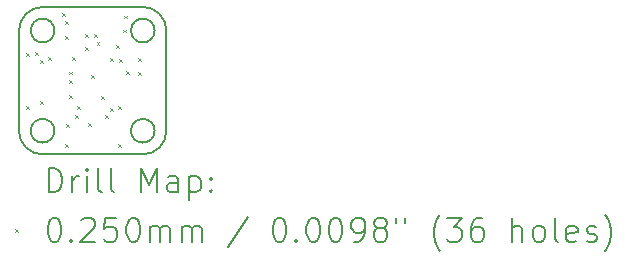
<source format=gbr>
%TF.GenerationSoftware,KiCad,Pcbnew,7.0.7*%
%TF.CreationDate,2024-03-10T05:18:33-05:00*%
%TF.ProjectId,O12imu,4f313269-6d75-42e6-9b69-6361645f7063,1*%
%TF.SameCoordinates,Original*%
%TF.FileFunction,Drillmap*%
%TF.FilePolarity,Positive*%
%FSLAX45Y45*%
G04 Gerber Fmt 4.5, Leading zero omitted, Abs format (unit mm)*
G04 Created by KiCad (PCBNEW 7.0.7) date 2024-03-10 05:18:33*
%MOMM*%
%LPD*%
G01*
G04 APERTURE LIST*
%ADD10C,0.150000*%
%ADD11C,0.200000*%
%ADD12C,0.025000*%
G04 APERTURE END LIST*
D10*
X5624264Y-5424264D02*
X5624264Y-4575736D01*
X5524264Y-5424264D02*
G75*
G03*
X5524264Y-5424264I-100000J0D01*
G01*
X4375736Y-5424264D02*
G75*
G03*
X4575736Y-5624264I200004J4D01*
G01*
X5424264Y-5624264D02*
G75*
G03*
X5624264Y-5424264I-4J200004D01*
G01*
X5524264Y-4575736D02*
G75*
G03*
X5524264Y-4575736I-100000J0D01*
G01*
X4575736Y-4375736D02*
G75*
G03*
X4375736Y-4575736I4J-200004D01*
G01*
X4375736Y-4575736D02*
X4375736Y-5424264D01*
X4675736Y-5424264D02*
G75*
G03*
X4675736Y-5424264I-100000J0D01*
G01*
X5624264Y-4575736D02*
G75*
G03*
X5424264Y-4375736I-200004J-4D01*
G01*
X4575736Y-5624264D02*
X5424264Y-5624264D01*
X4675736Y-4575736D02*
G75*
G03*
X4675736Y-4575736I-100000J0D01*
G01*
X5424264Y-4375736D02*
X4575736Y-4375736D01*
D11*
D12*
X4437500Y-5212500D02*
X4462500Y-5237500D01*
X4462500Y-5212500D02*
X4437500Y-5237500D01*
X4438001Y-4762069D02*
X4463001Y-4787069D01*
X4463001Y-4762069D02*
X4438001Y-4787069D01*
X4513916Y-4758916D02*
X4538916Y-4783916D01*
X4538916Y-4758916D02*
X4513916Y-4783916D01*
X4552500Y-4827500D02*
X4577500Y-4852500D01*
X4577500Y-4827500D02*
X4552500Y-4852500D01*
X4557500Y-5170950D02*
X4582500Y-5195950D01*
X4582500Y-5170950D02*
X4557500Y-5195950D01*
X4620950Y-4802500D02*
X4645950Y-4827500D01*
X4645950Y-4802500D02*
X4620950Y-4827500D01*
X4744097Y-4430152D02*
X4769097Y-4455152D01*
X4769097Y-4430152D02*
X4744097Y-4455152D01*
X4762500Y-4622500D02*
X4787500Y-4647500D01*
X4787500Y-4622500D02*
X4762500Y-4647500D01*
X4762500Y-5537500D02*
X4787500Y-5562500D01*
X4787500Y-5537500D02*
X4762500Y-5562500D01*
X4767500Y-4497500D02*
X4792500Y-4522500D01*
X4792500Y-4497500D02*
X4767500Y-4522500D01*
X4776119Y-5363881D02*
X4801119Y-5388881D01*
X4801119Y-5363881D02*
X4776119Y-5388881D01*
X4797500Y-4922500D02*
X4822500Y-4947500D01*
X4822500Y-4922500D02*
X4797500Y-4947500D01*
X4797500Y-4993450D02*
X4822500Y-5018450D01*
X4822500Y-4993450D02*
X4797500Y-5018450D01*
X4802950Y-5122500D02*
X4827950Y-5147500D01*
X4827950Y-5122500D02*
X4802950Y-5147500D01*
X4824050Y-4796025D02*
X4849050Y-4821025D01*
X4849050Y-4796025D02*
X4824050Y-4821025D01*
X4847651Y-5289890D02*
X4872651Y-5314890D01*
X4872651Y-5289890D02*
X4847651Y-5314890D01*
X4865342Y-5218281D02*
X4890342Y-5243281D01*
X4890342Y-5218281D02*
X4865342Y-5243281D01*
X4932500Y-4712500D02*
X4957500Y-4737500D01*
X4957500Y-4712500D02*
X4932500Y-4737500D01*
X4937500Y-4607500D02*
X4962500Y-4632500D01*
X4962500Y-4607500D02*
X4937500Y-4632500D01*
X4962500Y-5362500D02*
X4987500Y-5387500D01*
X4987500Y-5362500D02*
X4962500Y-5387500D01*
X4987500Y-4948500D02*
X5012500Y-4973500D01*
X5012500Y-4948500D02*
X4987500Y-4973500D01*
X5012500Y-4602500D02*
X5037500Y-4627500D01*
X5037500Y-4602500D02*
X5012500Y-4627500D01*
X5032500Y-4672500D02*
X5057500Y-4697500D01*
X5057500Y-4672500D02*
X5032500Y-4697500D01*
X5072500Y-5127500D02*
X5097500Y-5152500D01*
X5097500Y-5127500D02*
X5072500Y-5152500D01*
X5102500Y-5287500D02*
X5127500Y-5312500D01*
X5127500Y-5287500D02*
X5102500Y-5312500D01*
X5148393Y-5232197D02*
X5173393Y-5257197D01*
X5173393Y-5232197D02*
X5148393Y-5257197D01*
X5150183Y-4805912D02*
X5175183Y-4830912D01*
X5175183Y-4805912D02*
X5150183Y-4830912D01*
X5197500Y-4698950D02*
X5222500Y-4723950D01*
X5222500Y-4698950D02*
X5197500Y-4723950D01*
X5212500Y-5537500D02*
X5237500Y-5562500D01*
X5237500Y-5537500D02*
X5212500Y-5562500D01*
X5217500Y-5212500D02*
X5242500Y-5237500D01*
X5242500Y-5212500D02*
X5217500Y-5237500D01*
X5219726Y-4819972D02*
X5244726Y-4844972D01*
X5244726Y-4819972D02*
X5219726Y-4844972D01*
X5253050Y-4567229D02*
X5278050Y-4592229D01*
X5278050Y-4567229D02*
X5253050Y-4592229D01*
X5262499Y-4448550D02*
X5287499Y-4473550D01*
X5287499Y-4448550D02*
X5262499Y-4473550D01*
X5282500Y-4917500D02*
X5307500Y-4942500D01*
X5307500Y-4917500D02*
X5282500Y-4942500D01*
X5387500Y-4807500D02*
X5412500Y-4832500D01*
X5412500Y-4807500D02*
X5387500Y-4832500D01*
X5387500Y-4927500D02*
X5412500Y-4952500D01*
X5412500Y-4927500D02*
X5387500Y-4952500D01*
D11*
X4629013Y-5943248D02*
X4629013Y-5743248D01*
X4629013Y-5743248D02*
X4676632Y-5743248D01*
X4676632Y-5743248D02*
X4705203Y-5752772D01*
X4705203Y-5752772D02*
X4724251Y-5771819D01*
X4724251Y-5771819D02*
X4733775Y-5790867D01*
X4733775Y-5790867D02*
X4743298Y-5828962D01*
X4743298Y-5828962D02*
X4743298Y-5857534D01*
X4743298Y-5857534D02*
X4733775Y-5895629D01*
X4733775Y-5895629D02*
X4724251Y-5914676D01*
X4724251Y-5914676D02*
X4705203Y-5933724D01*
X4705203Y-5933724D02*
X4676632Y-5943248D01*
X4676632Y-5943248D02*
X4629013Y-5943248D01*
X4829013Y-5943248D02*
X4829013Y-5809914D01*
X4829013Y-5848010D02*
X4838537Y-5828962D01*
X4838537Y-5828962D02*
X4848060Y-5819438D01*
X4848060Y-5819438D02*
X4867108Y-5809914D01*
X4867108Y-5809914D02*
X4886156Y-5809914D01*
X4952822Y-5943248D02*
X4952822Y-5809914D01*
X4952822Y-5743248D02*
X4943298Y-5752772D01*
X4943298Y-5752772D02*
X4952822Y-5762295D01*
X4952822Y-5762295D02*
X4962346Y-5752772D01*
X4962346Y-5752772D02*
X4952822Y-5743248D01*
X4952822Y-5743248D02*
X4952822Y-5762295D01*
X5076632Y-5943248D02*
X5057584Y-5933724D01*
X5057584Y-5933724D02*
X5048060Y-5914676D01*
X5048060Y-5914676D02*
X5048060Y-5743248D01*
X5181394Y-5943248D02*
X5162346Y-5933724D01*
X5162346Y-5933724D02*
X5152822Y-5914676D01*
X5152822Y-5914676D02*
X5152822Y-5743248D01*
X5409965Y-5943248D02*
X5409965Y-5743248D01*
X5409965Y-5743248D02*
X5476632Y-5886105D01*
X5476632Y-5886105D02*
X5543298Y-5743248D01*
X5543298Y-5743248D02*
X5543298Y-5943248D01*
X5724251Y-5943248D02*
X5724251Y-5838486D01*
X5724251Y-5838486D02*
X5714727Y-5819438D01*
X5714727Y-5819438D02*
X5695679Y-5809914D01*
X5695679Y-5809914D02*
X5657584Y-5809914D01*
X5657584Y-5809914D02*
X5638536Y-5819438D01*
X5724251Y-5933724D02*
X5705203Y-5943248D01*
X5705203Y-5943248D02*
X5657584Y-5943248D01*
X5657584Y-5943248D02*
X5638536Y-5933724D01*
X5638536Y-5933724D02*
X5629013Y-5914676D01*
X5629013Y-5914676D02*
X5629013Y-5895629D01*
X5629013Y-5895629D02*
X5638536Y-5876581D01*
X5638536Y-5876581D02*
X5657584Y-5867057D01*
X5657584Y-5867057D02*
X5705203Y-5867057D01*
X5705203Y-5867057D02*
X5724251Y-5857534D01*
X5819489Y-5809914D02*
X5819489Y-6009914D01*
X5819489Y-5819438D02*
X5838536Y-5809914D01*
X5838536Y-5809914D02*
X5876632Y-5809914D01*
X5876632Y-5809914D02*
X5895679Y-5819438D01*
X5895679Y-5819438D02*
X5905203Y-5828962D01*
X5905203Y-5828962D02*
X5914727Y-5848010D01*
X5914727Y-5848010D02*
X5914727Y-5905153D01*
X5914727Y-5905153D02*
X5905203Y-5924200D01*
X5905203Y-5924200D02*
X5895679Y-5933724D01*
X5895679Y-5933724D02*
X5876632Y-5943248D01*
X5876632Y-5943248D02*
X5838536Y-5943248D01*
X5838536Y-5943248D02*
X5819489Y-5933724D01*
X6000441Y-5924200D02*
X6009965Y-5933724D01*
X6009965Y-5933724D02*
X6000441Y-5943248D01*
X6000441Y-5943248D02*
X5990917Y-5933724D01*
X5990917Y-5933724D02*
X6000441Y-5924200D01*
X6000441Y-5924200D02*
X6000441Y-5943248D01*
X6000441Y-5819438D02*
X6009965Y-5828962D01*
X6009965Y-5828962D02*
X6000441Y-5838486D01*
X6000441Y-5838486D02*
X5990917Y-5828962D01*
X5990917Y-5828962D02*
X6000441Y-5819438D01*
X6000441Y-5819438D02*
X6000441Y-5838486D01*
D12*
X4343236Y-6259264D02*
X4368236Y-6284264D01*
X4368236Y-6259264D02*
X4343236Y-6284264D01*
D11*
X4667108Y-6163248D02*
X4686156Y-6163248D01*
X4686156Y-6163248D02*
X4705203Y-6172772D01*
X4705203Y-6172772D02*
X4714727Y-6182295D01*
X4714727Y-6182295D02*
X4724251Y-6201343D01*
X4724251Y-6201343D02*
X4733775Y-6239438D01*
X4733775Y-6239438D02*
X4733775Y-6287057D01*
X4733775Y-6287057D02*
X4724251Y-6325153D01*
X4724251Y-6325153D02*
X4714727Y-6344200D01*
X4714727Y-6344200D02*
X4705203Y-6353724D01*
X4705203Y-6353724D02*
X4686156Y-6363248D01*
X4686156Y-6363248D02*
X4667108Y-6363248D01*
X4667108Y-6363248D02*
X4648060Y-6353724D01*
X4648060Y-6353724D02*
X4638537Y-6344200D01*
X4638537Y-6344200D02*
X4629013Y-6325153D01*
X4629013Y-6325153D02*
X4619489Y-6287057D01*
X4619489Y-6287057D02*
X4619489Y-6239438D01*
X4619489Y-6239438D02*
X4629013Y-6201343D01*
X4629013Y-6201343D02*
X4638537Y-6182295D01*
X4638537Y-6182295D02*
X4648060Y-6172772D01*
X4648060Y-6172772D02*
X4667108Y-6163248D01*
X4819489Y-6344200D02*
X4829013Y-6353724D01*
X4829013Y-6353724D02*
X4819489Y-6363248D01*
X4819489Y-6363248D02*
X4809965Y-6353724D01*
X4809965Y-6353724D02*
X4819489Y-6344200D01*
X4819489Y-6344200D02*
X4819489Y-6363248D01*
X4905203Y-6182295D02*
X4914727Y-6172772D01*
X4914727Y-6172772D02*
X4933775Y-6163248D01*
X4933775Y-6163248D02*
X4981394Y-6163248D01*
X4981394Y-6163248D02*
X5000441Y-6172772D01*
X5000441Y-6172772D02*
X5009965Y-6182295D01*
X5009965Y-6182295D02*
X5019489Y-6201343D01*
X5019489Y-6201343D02*
X5019489Y-6220391D01*
X5019489Y-6220391D02*
X5009965Y-6248962D01*
X5009965Y-6248962D02*
X4895679Y-6363248D01*
X4895679Y-6363248D02*
X5019489Y-6363248D01*
X5200441Y-6163248D02*
X5105203Y-6163248D01*
X5105203Y-6163248D02*
X5095679Y-6258486D01*
X5095679Y-6258486D02*
X5105203Y-6248962D01*
X5105203Y-6248962D02*
X5124251Y-6239438D01*
X5124251Y-6239438D02*
X5171870Y-6239438D01*
X5171870Y-6239438D02*
X5190918Y-6248962D01*
X5190918Y-6248962D02*
X5200441Y-6258486D01*
X5200441Y-6258486D02*
X5209965Y-6277534D01*
X5209965Y-6277534D02*
X5209965Y-6325153D01*
X5209965Y-6325153D02*
X5200441Y-6344200D01*
X5200441Y-6344200D02*
X5190918Y-6353724D01*
X5190918Y-6353724D02*
X5171870Y-6363248D01*
X5171870Y-6363248D02*
X5124251Y-6363248D01*
X5124251Y-6363248D02*
X5105203Y-6353724D01*
X5105203Y-6353724D02*
X5095679Y-6344200D01*
X5333775Y-6163248D02*
X5352822Y-6163248D01*
X5352822Y-6163248D02*
X5371870Y-6172772D01*
X5371870Y-6172772D02*
X5381394Y-6182295D01*
X5381394Y-6182295D02*
X5390918Y-6201343D01*
X5390918Y-6201343D02*
X5400441Y-6239438D01*
X5400441Y-6239438D02*
X5400441Y-6287057D01*
X5400441Y-6287057D02*
X5390918Y-6325153D01*
X5390918Y-6325153D02*
X5381394Y-6344200D01*
X5381394Y-6344200D02*
X5371870Y-6353724D01*
X5371870Y-6353724D02*
X5352822Y-6363248D01*
X5352822Y-6363248D02*
X5333775Y-6363248D01*
X5333775Y-6363248D02*
X5314727Y-6353724D01*
X5314727Y-6353724D02*
X5305203Y-6344200D01*
X5305203Y-6344200D02*
X5295679Y-6325153D01*
X5295679Y-6325153D02*
X5286156Y-6287057D01*
X5286156Y-6287057D02*
X5286156Y-6239438D01*
X5286156Y-6239438D02*
X5295679Y-6201343D01*
X5295679Y-6201343D02*
X5305203Y-6182295D01*
X5305203Y-6182295D02*
X5314727Y-6172772D01*
X5314727Y-6172772D02*
X5333775Y-6163248D01*
X5486156Y-6363248D02*
X5486156Y-6229914D01*
X5486156Y-6248962D02*
X5495679Y-6239438D01*
X5495679Y-6239438D02*
X5514727Y-6229914D01*
X5514727Y-6229914D02*
X5543299Y-6229914D01*
X5543299Y-6229914D02*
X5562346Y-6239438D01*
X5562346Y-6239438D02*
X5571870Y-6258486D01*
X5571870Y-6258486D02*
X5571870Y-6363248D01*
X5571870Y-6258486D02*
X5581394Y-6239438D01*
X5581394Y-6239438D02*
X5600441Y-6229914D01*
X5600441Y-6229914D02*
X5629013Y-6229914D01*
X5629013Y-6229914D02*
X5648060Y-6239438D01*
X5648060Y-6239438D02*
X5657584Y-6258486D01*
X5657584Y-6258486D02*
X5657584Y-6363248D01*
X5752822Y-6363248D02*
X5752822Y-6229914D01*
X5752822Y-6248962D02*
X5762346Y-6239438D01*
X5762346Y-6239438D02*
X5781394Y-6229914D01*
X5781394Y-6229914D02*
X5809965Y-6229914D01*
X5809965Y-6229914D02*
X5829013Y-6239438D01*
X5829013Y-6239438D02*
X5838537Y-6258486D01*
X5838537Y-6258486D02*
X5838537Y-6363248D01*
X5838537Y-6258486D02*
X5848060Y-6239438D01*
X5848060Y-6239438D02*
X5867108Y-6229914D01*
X5867108Y-6229914D02*
X5895679Y-6229914D01*
X5895679Y-6229914D02*
X5914727Y-6239438D01*
X5914727Y-6239438D02*
X5924251Y-6258486D01*
X5924251Y-6258486D02*
X5924251Y-6363248D01*
X6314727Y-6153724D02*
X6143299Y-6410867D01*
X6571870Y-6163248D02*
X6590918Y-6163248D01*
X6590918Y-6163248D02*
X6609965Y-6172772D01*
X6609965Y-6172772D02*
X6619489Y-6182295D01*
X6619489Y-6182295D02*
X6629013Y-6201343D01*
X6629013Y-6201343D02*
X6638537Y-6239438D01*
X6638537Y-6239438D02*
X6638537Y-6287057D01*
X6638537Y-6287057D02*
X6629013Y-6325153D01*
X6629013Y-6325153D02*
X6619489Y-6344200D01*
X6619489Y-6344200D02*
X6609965Y-6353724D01*
X6609965Y-6353724D02*
X6590918Y-6363248D01*
X6590918Y-6363248D02*
X6571870Y-6363248D01*
X6571870Y-6363248D02*
X6552822Y-6353724D01*
X6552822Y-6353724D02*
X6543299Y-6344200D01*
X6543299Y-6344200D02*
X6533775Y-6325153D01*
X6533775Y-6325153D02*
X6524251Y-6287057D01*
X6524251Y-6287057D02*
X6524251Y-6239438D01*
X6524251Y-6239438D02*
X6533775Y-6201343D01*
X6533775Y-6201343D02*
X6543299Y-6182295D01*
X6543299Y-6182295D02*
X6552822Y-6172772D01*
X6552822Y-6172772D02*
X6571870Y-6163248D01*
X6724251Y-6344200D02*
X6733775Y-6353724D01*
X6733775Y-6353724D02*
X6724251Y-6363248D01*
X6724251Y-6363248D02*
X6714727Y-6353724D01*
X6714727Y-6353724D02*
X6724251Y-6344200D01*
X6724251Y-6344200D02*
X6724251Y-6363248D01*
X6857584Y-6163248D02*
X6876632Y-6163248D01*
X6876632Y-6163248D02*
X6895680Y-6172772D01*
X6895680Y-6172772D02*
X6905203Y-6182295D01*
X6905203Y-6182295D02*
X6914727Y-6201343D01*
X6914727Y-6201343D02*
X6924251Y-6239438D01*
X6924251Y-6239438D02*
X6924251Y-6287057D01*
X6924251Y-6287057D02*
X6914727Y-6325153D01*
X6914727Y-6325153D02*
X6905203Y-6344200D01*
X6905203Y-6344200D02*
X6895680Y-6353724D01*
X6895680Y-6353724D02*
X6876632Y-6363248D01*
X6876632Y-6363248D02*
X6857584Y-6363248D01*
X6857584Y-6363248D02*
X6838537Y-6353724D01*
X6838537Y-6353724D02*
X6829013Y-6344200D01*
X6829013Y-6344200D02*
X6819489Y-6325153D01*
X6819489Y-6325153D02*
X6809965Y-6287057D01*
X6809965Y-6287057D02*
X6809965Y-6239438D01*
X6809965Y-6239438D02*
X6819489Y-6201343D01*
X6819489Y-6201343D02*
X6829013Y-6182295D01*
X6829013Y-6182295D02*
X6838537Y-6172772D01*
X6838537Y-6172772D02*
X6857584Y-6163248D01*
X7048060Y-6163248D02*
X7067108Y-6163248D01*
X7067108Y-6163248D02*
X7086156Y-6172772D01*
X7086156Y-6172772D02*
X7095680Y-6182295D01*
X7095680Y-6182295D02*
X7105203Y-6201343D01*
X7105203Y-6201343D02*
X7114727Y-6239438D01*
X7114727Y-6239438D02*
X7114727Y-6287057D01*
X7114727Y-6287057D02*
X7105203Y-6325153D01*
X7105203Y-6325153D02*
X7095680Y-6344200D01*
X7095680Y-6344200D02*
X7086156Y-6353724D01*
X7086156Y-6353724D02*
X7067108Y-6363248D01*
X7067108Y-6363248D02*
X7048060Y-6363248D01*
X7048060Y-6363248D02*
X7029013Y-6353724D01*
X7029013Y-6353724D02*
X7019489Y-6344200D01*
X7019489Y-6344200D02*
X7009965Y-6325153D01*
X7009965Y-6325153D02*
X7000441Y-6287057D01*
X7000441Y-6287057D02*
X7000441Y-6239438D01*
X7000441Y-6239438D02*
X7009965Y-6201343D01*
X7009965Y-6201343D02*
X7019489Y-6182295D01*
X7019489Y-6182295D02*
X7029013Y-6172772D01*
X7029013Y-6172772D02*
X7048060Y-6163248D01*
X7209965Y-6363248D02*
X7248060Y-6363248D01*
X7248060Y-6363248D02*
X7267108Y-6353724D01*
X7267108Y-6353724D02*
X7276632Y-6344200D01*
X7276632Y-6344200D02*
X7295680Y-6315629D01*
X7295680Y-6315629D02*
X7305203Y-6277534D01*
X7305203Y-6277534D02*
X7305203Y-6201343D01*
X7305203Y-6201343D02*
X7295680Y-6182295D01*
X7295680Y-6182295D02*
X7286156Y-6172772D01*
X7286156Y-6172772D02*
X7267108Y-6163248D01*
X7267108Y-6163248D02*
X7229013Y-6163248D01*
X7229013Y-6163248D02*
X7209965Y-6172772D01*
X7209965Y-6172772D02*
X7200441Y-6182295D01*
X7200441Y-6182295D02*
X7190918Y-6201343D01*
X7190918Y-6201343D02*
X7190918Y-6248962D01*
X7190918Y-6248962D02*
X7200441Y-6268010D01*
X7200441Y-6268010D02*
X7209965Y-6277534D01*
X7209965Y-6277534D02*
X7229013Y-6287057D01*
X7229013Y-6287057D02*
X7267108Y-6287057D01*
X7267108Y-6287057D02*
X7286156Y-6277534D01*
X7286156Y-6277534D02*
X7295680Y-6268010D01*
X7295680Y-6268010D02*
X7305203Y-6248962D01*
X7419489Y-6248962D02*
X7400441Y-6239438D01*
X7400441Y-6239438D02*
X7390918Y-6229914D01*
X7390918Y-6229914D02*
X7381394Y-6210867D01*
X7381394Y-6210867D02*
X7381394Y-6201343D01*
X7381394Y-6201343D02*
X7390918Y-6182295D01*
X7390918Y-6182295D02*
X7400441Y-6172772D01*
X7400441Y-6172772D02*
X7419489Y-6163248D01*
X7419489Y-6163248D02*
X7457584Y-6163248D01*
X7457584Y-6163248D02*
X7476632Y-6172772D01*
X7476632Y-6172772D02*
X7486156Y-6182295D01*
X7486156Y-6182295D02*
X7495680Y-6201343D01*
X7495680Y-6201343D02*
X7495680Y-6210867D01*
X7495680Y-6210867D02*
X7486156Y-6229914D01*
X7486156Y-6229914D02*
X7476632Y-6239438D01*
X7476632Y-6239438D02*
X7457584Y-6248962D01*
X7457584Y-6248962D02*
X7419489Y-6248962D01*
X7419489Y-6248962D02*
X7400441Y-6258486D01*
X7400441Y-6258486D02*
X7390918Y-6268010D01*
X7390918Y-6268010D02*
X7381394Y-6287057D01*
X7381394Y-6287057D02*
X7381394Y-6325153D01*
X7381394Y-6325153D02*
X7390918Y-6344200D01*
X7390918Y-6344200D02*
X7400441Y-6353724D01*
X7400441Y-6353724D02*
X7419489Y-6363248D01*
X7419489Y-6363248D02*
X7457584Y-6363248D01*
X7457584Y-6363248D02*
X7476632Y-6353724D01*
X7476632Y-6353724D02*
X7486156Y-6344200D01*
X7486156Y-6344200D02*
X7495680Y-6325153D01*
X7495680Y-6325153D02*
X7495680Y-6287057D01*
X7495680Y-6287057D02*
X7486156Y-6268010D01*
X7486156Y-6268010D02*
X7476632Y-6258486D01*
X7476632Y-6258486D02*
X7457584Y-6248962D01*
X7571870Y-6163248D02*
X7571870Y-6201343D01*
X7648061Y-6163248D02*
X7648061Y-6201343D01*
X7943299Y-6439438D02*
X7933775Y-6429914D01*
X7933775Y-6429914D02*
X7914727Y-6401343D01*
X7914727Y-6401343D02*
X7905203Y-6382295D01*
X7905203Y-6382295D02*
X7895680Y-6353724D01*
X7895680Y-6353724D02*
X7886156Y-6306105D01*
X7886156Y-6306105D02*
X7886156Y-6268010D01*
X7886156Y-6268010D02*
X7895680Y-6220391D01*
X7895680Y-6220391D02*
X7905203Y-6191819D01*
X7905203Y-6191819D02*
X7914727Y-6172772D01*
X7914727Y-6172772D02*
X7933775Y-6144200D01*
X7933775Y-6144200D02*
X7943299Y-6134676D01*
X8000442Y-6163248D02*
X8124251Y-6163248D01*
X8124251Y-6163248D02*
X8057584Y-6239438D01*
X8057584Y-6239438D02*
X8086156Y-6239438D01*
X8086156Y-6239438D02*
X8105203Y-6248962D01*
X8105203Y-6248962D02*
X8114727Y-6258486D01*
X8114727Y-6258486D02*
X8124251Y-6277534D01*
X8124251Y-6277534D02*
X8124251Y-6325153D01*
X8124251Y-6325153D02*
X8114727Y-6344200D01*
X8114727Y-6344200D02*
X8105203Y-6353724D01*
X8105203Y-6353724D02*
X8086156Y-6363248D01*
X8086156Y-6363248D02*
X8029013Y-6363248D01*
X8029013Y-6363248D02*
X8009965Y-6353724D01*
X8009965Y-6353724D02*
X8000442Y-6344200D01*
X8295680Y-6163248D02*
X8257584Y-6163248D01*
X8257584Y-6163248D02*
X8238537Y-6172772D01*
X8238537Y-6172772D02*
X8229013Y-6182295D01*
X8229013Y-6182295D02*
X8209965Y-6210867D01*
X8209965Y-6210867D02*
X8200442Y-6248962D01*
X8200442Y-6248962D02*
X8200442Y-6325153D01*
X8200442Y-6325153D02*
X8209965Y-6344200D01*
X8209965Y-6344200D02*
X8219489Y-6353724D01*
X8219489Y-6353724D02*
X8238537Y-6363248D01*
X8238537Y-6363248D02*
X8276632Y-6363248D01*
X8276632Y-6363248D02*
X8295680Y-6353724D01*
X8295680Y-6353724D02*
X8305203Y-6344200D01*
X8305203Y-6344200D02*
X8314727Y-6325153D01*
X8314727Y-6325153D02*
X8314727Y-6277534D01*
X8314727Y-6277534D02*
X8305203Y-6258486D01*
X8305203Y-6258486D02*
X8295680Y-6248962D01*
X8295680Y-6248962D02*
X8276632Y-6239438D01*
X8276632Y-6239438D02*
X8238537Y-6239438D01*
X8238537Y-6239438D02*
X8219489Y-6248962D01*
X8219489Y-6248962D02*
X8209965Y-6258486D01*
X8209965Y-6258486D02*
X8200442Y-6277534D01*
X8552823Y-6363248D02*
X8552823Y-6163248D01*
X8638537Y-6363248D02*
X8638537Y-6258486D01*
X8638537Y-6258486D02*
X8629013Y-6239438D01*
X8629013Y-6239438D02*
X8609966Y-6229914D01*
X8609966Y-6229914D02*
X8581394Y-6229914D01*
X8581394Y-6229914D02*
X8562346Y-6239438D01*
X8562346Y-6239438D02*
X8552823Y-6248962D01*
X8762346Y-6363248D02*
X8743299Y-6353724D01*
X8743299Y-6353724D02*
X8733775Y-6344200D01*
X8733775Y-6344200D02*
X8724251Y-6325153D01*
X8724251Y-6325153D02*
X8724251Y-6268010D01*
X8724251Y-6268010D02*
X8733775Y-6248962D01*
X8733775Y-6248962D02*
X8743299Y-6239438D01*
X8743299Y-6239438D02*
X8762346Y-6229914D01*
X8762346Y-6229914D02*
X8790918Y-6229914D01*
X8790918Y-6229914D02*
X8809966Y-6239438D01*
X8809966Y-6239438D02*
X8819489Y-6248962D01*
X8819489Y-6248962D02*
X8829013Y-6268010D01*
X8829013Y-6268010D02*
X8829013Y-6325153D01*
X8829013Y-6325153D02*
X8819489Y-6344200D01*
X8819489Y-6344200D02*
X8809966Y-6353724D01*
X8809966Y-6353724D02*
X8790918Y-6363248D01*
X8790918Y-6363248D02*
X8762346Y-6363248D01*
X8943299Y-6363248D02*
X8924251Y-6353724D01*
X8924251Y-6353724D02*
X8914727Y-6334676D01*
X8914727Y-6334676D02*
X8914727Y-6163248D01*
X9095680Y-6353724D02*
X9076632Y-6363248D01*
X9076632Y-6363248D02*
X9038537Y-6363248D01*
X9038537Y-6363248D02*
X9019489Y-6353724D01*
X9019489Y-6353724D02*
X9009966Y-6334676D01*
X9009966Y-6334676D02*
X9009966Y-6258486D01*
X9009966Y-6258486D02*
X9019489Y-6239438D01*
X9019489Y-6239438D02*
X9038537Y-6229914D01*
X9038537Y-6229914D02*
X9076632Y-6229914D01*
X9076632Y-6229914D02*
X9095680Y-6239438D01*
X9095680Y-6239438D02*
X9105204Y-6258486D01*
X9105204Y-6258486D02*
X9105204Y-6277534D01*
X9105204Y-6277534D02*
X9009966Y-6296581D01*
X9181394Y-6353724D02*
X9200442Y-6363248D01*
X9200442Y-6363248D02*
X9238537Y-6363248D01*
X9238537Y-6363248D02*
X9257585Y-6353724D01*
X9257585Y-6353724D02*
X9267108Y-6334676D01*
X9267108Y-6334676D02*
X9267108Y-6325153D01*
X9267108Y-6325153D02*
X9257585Y-6306105D01*
X9257585Y-6306105D02*
X9238537Y-6296581D01*
X9238537Y-6296581D02*
X9209966Y-6296581D01*
X9209966Y-6296581D02*
X9190918Y-6287057D01*
X9190918Y-6287057D02*
X9181394Y-6268010D01*
X9181394Y-6268010D02*
X9181394Y-6258486D01*
X9181394Y-6258486D02*
X9190918Y-6239438D01*
X9190918Y-6239438D02*
X9209966Y-6229914D01*
X9209966Y-6229914D02*
X9238537Y-6229914D01*
X9238537Y-6229914D02*
X9257585Y-6239438D01*
X9333775Y-6439438D02*
X9343299Y-6429914D01*
X9343299Y-6429914D02*
X9362347Y-6401343D01*
X9362347Y-6401343D02*
X9371870Y-6382295D01*
X9371870Y-6382295D02*
X9381394Y-6353724D01*
X9381394Y-6353724D02*
X9390918Y-6306105D01*
X9390918Y-6306105D02*
X9390918Y-6268010D01*
X9390918Y-6268010D02*
X9381394Y-6220391D01*
X9381394Y-6220391D02*
X9371870Y-6191819D01*
X9371870Y-6191819D02*
X9362347Y-6172772D01*
X9362347Y-6172772D02*
X9343299Y-6144200D01*
X9343299Y-6144200D02*
X9333775Y-6134676D01*
M02*

</source>
